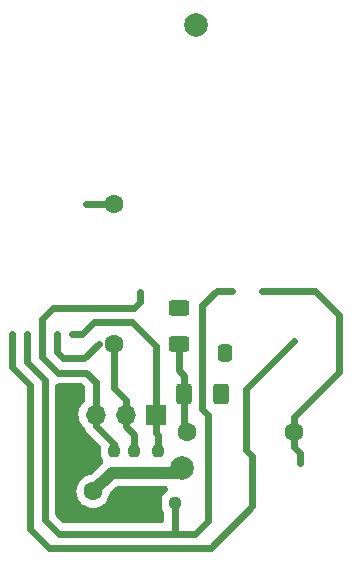
<source format=gbr>
%TF.GenerationSoftware,KiCad,Pcbnew,6.0.7+dfsg-1+b1*%
%TF.CreationDate,2022-09-19T16:07:30+02:00*%
%TF.ProjectId,project-controller,70726f6a-6563-4742-9d63-6f6e74726f6c,rev?*%
%TF.SameCoordinates,PX5e69ec0PY69618a0*%
%TF.FileFunction,Copper,L2,Bot*%
%TF.FilePolarity,Positive*%
%FSLAX46Y46*%
G04 Gerber Fmt 4.6, Leading zero omitted, Abs format (unit mm)*
G04 Created by KiCad (PCBNEW 6.0.7+dfsg-1+b1) date 2022-09-19 16:07:30*
%MOMM*%
%LPD*%
G01*
G04 APERTURE LIST*
G04 Aperture macros list*
%AMRoundRect*
0 Rectangle with rounded corners*
0 $1 Rounding radius*
0 $2 $3 $4 $5 $6 $7 $8 $9 X,Y pos of 4 corners*
0 Add a 4 corners polygon primitive as box body*
4,1,4,$2,$3,$4,$5,$6,$7,$8,$9,$2,$3,0*
0 Add four circle primitives for the rounded corners*
1,1,$1+$1,$2,$3*
1,1,$1+$1,$4,$5*
1,1,$1+$1,$6,$7*
1,1,$1+$1,$8,$9*
0 Add four rect primitives between the rounded corners*
20,1,$1+$1,$2,$3,$4,$5,0*
20,1,$1+$1,$4,$5,$6,$7,0*
20,1,$1+$1,$6,$7,$8,$9,0*
20,1,$1+$1,$8,$9,$2,$3,0*%
G04 Aperture macros list end*
%TA.AperFunction,ComponentPad*%
%ADD10R,1.700000X1.700000*%
%TD*%
%TA.AperFunction,ComponentPad*%
%ADD11O,1.700000X1.700000*%
%TD*%
%TA.AperFunction,ComponentPad*%
%ADD12C,1.600000*%
%TD*%
%TA.AperFunction,ComponentPad*%
%ADD13C,2.000000*%
%TD*%
%TA.AperFunction,ComponentPad*%
%ADD14R,1.600000X1.600000*%
%TD*%
%TA.AperFunction,ComponentPad*%
%ADD15O,1.600000X1.600000*%
%TD*%
%TA.AperFunction,SMDPad,CuDef*%
%ADD16RoundRect,0.250000X-0.450000X0.350000X-0.450000X-0.350000X0.450000X-0.350000X0.450000X0.350000X0*%
%TD*%
%TA.AperFunction,SMDPad,CuDef*%
%ADD17RoundRect,0.250000X0.412500X0.650000X-0.412500X0.650000X-0.412500X-0.650000X0.412500X-0.650000X0*%
%TD*%
%TA.AperFunction,SMDPad,CuDef*%
%ADD18RoundRect,0.250000X-0.625000X0.400000X-0.625000X-0.400000X0.625000X-0.400000X0.625000X0.400000X0*%
%TD*%
%TA.AperFunction,SMDPad,CuDef*%
%ADD19RoundRect,0.250000X-0.400000X-0.625000X0.400000X-0.625000X0.400000X0.625000X-0.400000X0.625000X0*%
%TD*%
%TA.AperFunction,SMDPad,CuDef*%
%ADD20RoundRect,0.250000X-1.025000X0.875000X-1.025000X-0.875000X1.025000X-0.875000X1.025000X0.875000X0*%
%TD*%
%TA.AperFunction,SMDPad,CuDef*%
%ADD21RoundRect,0.150000X0.587500X0.150000X-0.587500X0.150000X-0.587500X-0.150000X0.587500X-0.150000X0*%
%TD*%
%TA.AperFunction,SMDPad,CuDef*%
%ADD22RoundRect,0.250000X0.625000X-0.400000X0.625000X0.400000X-0.625000X0.400000X-0.625000X-0.400000X0*%
%TD*%
%TA.AperFunction,SMDPad,CuDef*%
%ADD23RoundRect,0.237500X-0.237500X0.250000X-0.237500X-0.250000X0.237500X-0.250000X0.237500X0.250000X0*%
%TD*%
%TA.AperFunction,SMDPad,CuDef*%
%ADD24RoundRect,0.250000X0.400000X0.625000X-0.400000X0.625000X-0.400000X-0.625000X0.400000X-0.625000X0*%
%TD*%
%TA.AperFunction,SMDPad,CuDef*%
%ADD25RoundRect,0.237500X0.237500X-0.250000X0.237500X0.250000X-0.237500X0.250000X-0.237500X-0.250000X0*%
%TD*%
%TA.AperFunction,SMDPad,CuDef*%
%ADD26RoundRect,0.150000X-0.150000X0.587500X-0.150000X-0.587500X0.150000X-0.587500X0.150000X0.587500X0*%
%TD*%
%TA.AperFunction,SMDPad,CuDef*%
%ADD27R,0.600000X0.450000*%
%TD*%
%TA.AperFunction,SMDPad,CuDef*%
%ADD28RoundRect,0.250000X0.650000X-0.412500X0.650000X0.412500X-0.650000X0.412500X-0.650000X-0.412500X0*%
%TD*%
%TA.AperFunction,SMDPad,CuDef*%
%ADD29RoundRect,0.150000X0.150000X-0.587500X0.150000X0.587500X-0.150000X0.587500X-0.150000X-0.587500X0*%
%TD*%
%TA.AperFunction,SMDPad,CuDef*%
%ADD30RoundRect,0.150000X-0.150000X0.875000X-0.150000X-0.875000X0.150000X-0.875000X0.150000X0.875000X0*%
%TD*%
%TA.AperFunction,SMDPad,CuDef*%
%ADD31RoundRect,0.237500X-0.250000X-0.237500X0.250000X-0.237500X0.250000X0.237500X-0.250000X0.237500X0*%
%TD*%
%TA.AperFunction,SMDPad,CuDef*%
%ADD32R,1.200000X2.200000*%
%TD*%
%TA.AperFunction,SMDPad,CuDef*%
%ADD33R,5.800000X6.400000*%
%TD*%
%TA.AperFunction,SMDPad,CuDef*%
%ADD34RoundRect,0.237500X-0.300000X-0.237500X0.300000X-0.237500X0.300000X0.237500X-0.300000X0.237500X0*%
%TD*%
%TA.AperFunction,SMDPad,CuDef*%
%ADD35RoundRect,0.250000X0.337500X0.475000X-0.337500X0.475000X-0.337500X-0.475000X0.337500X-0.475000X0*%
%TD*%
%TA.AperFunction,SMDPad,CuDef*%
%ADD36RoundRect,0.250000X0.475000X-0.337500X0.475000X0.337500X-0.475000X0.337500X-0.475000X-0.337500X0*%
%TD*%
%TA.AperFunction,ViaPad*%
%ADD37C,1.600000*%
%TD*%
%TA.AperFunction,ViaPad*%
%ADD38C,2.000000*%
%TD*%
%TA.AperFunction,Conductor*%
%ADD39C,0.600000*%
%TD*%
%TA.AperFunction,Conductor*%
%ADD40C,1.000000*%
%TD*%
G04 APERTURE END LIST*
D10*
%TO.P,J102,1,Pin_1*%
%TO.N,/MCU_RST*%
X58300000Y15500000D03*
D11*
%TO.P,J102,2,Pin_2*%
%TO.N,/MCU_SWCLK*%
X55760000Y15500000D03*
%TO.P,J102,3,Pin_3*%
%TO.N,/MCU_SWDIO*%
X53220000Y15500000D03*
%TO.P,J102,4,Pin_4*%
%TO.N,GND*%
X50680000Y15500000D03*
%TD*%
D23*
%TO.P,R113,1*%
%TO.N,/MCU_SWDIO*%
X54750000Y12412500D03*
%TO.P,R113,2*%
%TO.N,+3.3V*%
X54750000Y10587500D03*
%TD*%
D24*
%TO.P,R110,1*%
%TO.N,+3.3V*%
X63800000Y17250000D03*
%TO.P,R110,2*%
%TO.N,/TX_CE*%
X60700000Y17250000D03*
%TD*%
D31*
%TO.P,R107,1*%
%TO.N,GND*%
X58087500Y8000000D03*
%TO.P,R107,2*%
%TO.N,/TX_CS*%
X59912500Y8000000D03*
%TD*%
D23*
%TO.P,R115,1*%
%TO.N,/MCU_RST*%
X58500000Y12412500D03*
%TO.P,R115,2*%
%TO.N,+3.3V*%
X58500000Y10587500D03*
%TD*%
D25*
%TO.P,R408,1*%
%TO.N,+5V*%
%TO.P,R408,2*%
%TO.N,Net-(Q405-Pad2)*%
%TD*%
D18*
%TO.P,R108,1*%
%TO.N,/MCU_AUX0*%
X60250000Y24550000D03*
%TO.P,R108,2*%
%TO.N,/TX_CE*%
X60250000Y21450000D03*
%TD*%
D23*
%TO.P,R112,1*%
%TO.N,/MCU_SWCLK*%
X56500000Y12412500D03*
%TO.P,R112,2*%
%TO.N,+3.3V*%
X56500000Y10587500D03*
%TD*%
D35*
%TO.P,C301,2*%
%TO.N,+3.3V*%
X64212500Y20750000D03*
%TD*%
D38*
X61750000Y48500000D03*
%TO.N,+3.3V*%
X60500000Y11000000D03*
D37*
X53000000Y9000000D03*
%TO.N,/MCU_SWCLK*%
X54750000Y21500000D03*
X54799500Y33353271D03*
%TO.N,/TX_CE*%
X70000000Y14000000D03*
X61000000Y14000000D03*
%TD*%
%TO.N,+3.3V*%
D40*
X54750000Y10587500D02*
X56500000Y10587500D01*
D40*
X60087500Y10587500D02*
X58500000Y10587500D01*
X56500000Y10587500D02*
X58500000Y10587500D01*
D40*
X54587500Y10587500D02*
X53000000Y9000000D01*
D39*
%TO.N,Net-(C202-Pad2)*%
%TO.N,/MCU_SWCLK*%
X50500000Y20250000D02*
X52250000Y20250000D01*
X54799500Y33353271D02*
X52396729Y33353271D01*
X55760000Y15500000D02*
X55760000Y14490000D01*
X49945000Y22350000D02*
X49945000Y20805000D01*
X54750000Y17750000D02*
X55760000Y16740000D01*
X55760000Y14490000D02*
X56500000Y13750000D01*
X52250000Y20250000D02*
X53500000Y21500000D01*
X55760000Y16740000D02*
X55760000Y15500000D01*
X56500000Y13750000D02*
X56500000Y12412500D01*
X49945000Y20805000D02*
X50500000Y20250000D01*
X54750000Y21500000D02*
X54750000Y17750000D01*
%TO.N,/MCU_RST*%
X58300000Y21300000D02*
X56300000Y23300000D01*
X58300000Y13950000D02*
X58500000Y13750000D01*
X56300000Y23300000D02*
X53050000Y23300000D01*
X58500000Y13750000D02*
X58500000Y12412500D01*
X53050000Y23300000D02*
X52100000Y22350000D01*
X52100000Y22350000D02*
X51215000Y22350000D01*
X58300000Y15500000D02*
X58300000Y21300000D01*
X58300000Y15500000D02*
X58300000Y13950000D01*
%TO.N,/MCU_SWDIO*%
X53220000Y15500000D02*
X53220000Y18280000D01*
X57000000Y25000000D02*
X57000000Y25900500D01*
X48675000Y20377944D02*
X48675000Y22350000D01*
X48675000Y22350000D02*
X48675000Y23589924D01*
X53220000Y14530000D02*
X54750000Y13000000D01*
X53220000Y15500000D02*
X53220000Y14530000D01*
X48675000Y23589924D02*
X49585076Y24500000D01*
X52450000Y19050000D02*
X50002944Y19050000D01*
X49585076Y24500000D02*
X56500000Y24500000D01*
X56500000Y24500000D02*
X57000000Y25000000D01*
X50002944Y19050000D02*
X48675000Y20377944D01*
X53220000Y18280000D02*
X52450000Y19050000D01*
X54750000Y13000000D02*
X54750000Y12412500D01*
%TO.N,/TX_CE*%
X70000000Y12750000D02*
X70500000Y12250000D01*
X70000000Y15250000D02*
X73850000Y19100000D01*
X60700000Y18800000D02*
X60700000Y17250000D01*
X71790000Y25960000D02*
X67275000Y25960000D01*
X60250000Y19250000D02*
X60700000Y18800000D01*
X60250000Y21450000D02*
X60250000Y19250000D01*
X70000000Y14000000D02*
X70000000Y15250000D01*
X70000000Y14000000D02*
X70000000Y12750000D01*
X60700000Y14300000D02*
X60700000Y17250000D01*
X73850000Y23900000D02*
X71790000Y25960000D01*
X70500000Y12250000D02*
X70500000Y11412500D01*
X61000000Y14000000D02*
X60700000Y14300000D01*
X73850000Y19100000D02*
X73850000Y23900000D01*
%TO.N,/TX_CS*%
X62700000Y15497056D02*
X62700000Y6450000D01*
X59900000Y5400000D02*
X50100000Y5400000D01*
X62700000Y6450000D02*
X61650000Y5400000D01*
X64735000Y25960000D02*
X63460000Y25960000D01*
X61650000Y5400000D02*
X59900000Y5400000D01*
X50100000Y5400000D02*
X48900000Y6600000D01*
X48900000Y6600000D02*
X48900000Y18455888D01*
X48900000Y18455888D02*
X47405000Y19950888D01*
X47405000Y19950888D02*
X47405000Y22350000D01*
X59912500Y5412500D02*
X59900000Y5400000D01*
X62250000Y24750000D02*
X62250000Y15947056D01*
X63460000Y25960000D02*
X62250000Y24750000D01*
X59912500Y8000000D02*
X59912500Y5412500D01*
X62250000Y15947056D02*
X62700000Y15497056D01*
%TO.N,/TX_MISO*%
X49300000Y4200000D02*
X62950000Y4200000D01*
X62950000Y4200000D02*
X66500000Y7750000D01*
X66500000Y11968503D02*
X65949500Y12519003D01*
X65949500Y12519003D02*
X65949500Y17670000D01*
X47700000Y17958832D02*
X47700000Y5800000D01*
X66500000Y7750000D02*
X66500000Y11968503D01*
X65949500Y17670000D02*
X70000000Y21720500D01*
X47700000Y5800000D02*
X49300000Y4200000D01*
X46135000Y22350000D02*
X46135000Y19523832D01*
X46135000Y19523832D02*
X47700000Y17958832D01*
%TD*%
%TA.AperFunction,Conductor*%
%TO.N,GND*%
G36*
X62861162Y51579309D02*
G01*
G37*
%TD.AperFunction*%
%TA.AperFunction,Conductor*%
G36*
X10015154Y52879309D02*
G01*
G37*
%TD.AperFunction*%
%TA.AperFunction,Conductor*%
G36*
X52061162Y18129309D02*
G01*
X52154586Y18071464D01*
X52164576Y18061925D01*
X52231925Y17994576D01*
X52294023Y17903923D01*
X52319181Y17796960D01*
X52319500Y17783151D01*
X52319500Y16777174D01*
X52299309Y16669163D01*
X52236667Y16570601D01*
X52177654Y16508847D01*
X52113728Y16441952D01*
X52088887Y16415958D01*
X51954475Y16218918D01*
X51854051Y16002572D01*
X51850772Y15990750D01*
X51850771Y15990746D01*
X51831952Y15922888D01*
X51790309Y15772728D01*
X51789005Y15760524D01*
X51789004Y15760520D01*
X51768171Y15565576D01*
X51764963Y15535560D01*
X51778694Y15297438D01*
X51791389Y15241107D01*
X51828434Y15076720D01*
X51828436Y15076713D01*
X51831131Y15064755D01*
X51835745Y15053392D01*
X51835746Y15053389D01*
X51850885Y15016107D01*
X51920867Y14843761D01*
X52045493Y14640391D01*
X52201660Y14460106D01*
X52211096Y14452272D01*
X52211098Y14452270D01*
X52263249Y14408973D01*
X52333455Y14324444D01*
X52361067Y14256313D01*
X52370622Y14220654D01*
X52370624Y14220648D01*
X52374680Y14205512D01*
X52381797Y14191545D01*
X52384697Y14183989D01*
X52387979Y14176617D01*
X52392821Y14161716D01*
X52400656Y14148146D01*
X52400656Y14148145D01*
X52424441Y14106948D01*
X52431895Y14093220D01*
X52460617Y14036851D01*
X52470482Y14024668D01*
X52474886Y14017887D01*
X52479631Y14011356D01*
X52487467Y13997784D01*
X52497950Y13986142D01*
X52497954Y13986136D01*
X52529793Y13950775D01*
X52539953Y13938881D01*
X52549881Y13926620D01*
X52561043Y13915458D01*
X52571817Y13904104D01*
X52614129Y13857112D01*
X52626809Y13847900D01*
X52638451Y13837417D01*
X52637916Y13836823D01*
X52650001Y13826500D01*
X53586925Y12889575D01*
X53649023Y12798922D01*
X53674181Y12691959D01*
X53674500Y12678151D01*
X53674501Y12381855D01*
X53674501Y12090024D01*
X53674847Y12084949D01*
X53674847Y12084944D01*
X53675205Y12079696D01*
X53677358Y12048100D01*
X53680548Y12035305D01*
X53680549Y12035300D01*
X53696978Y11969410D01*
X53721406Y11871434D01*
X53802362Y11708348D01*
X53811017Y11697583D01*
X53851675Y11597007D01*
X53853276Y11487136D01*
X53815079Y11384107D01*
X53770023Y11326365D01*
X52904648Y10460990D01*
X52813995Y10398892D01*
X52738452Y10376856D01*
X52686461Y10368900D01*
X52686450Y10368897D01*
X52674325Y10367042D01*
X52455424Y10295494D01*
X52424256Y10279269D01*
X52262036Y10194823D01*
X52262031Y10194820D01*
X52251149Y10189155D01*
X52066984Y10050881D01*
X51907877Y9884384D01*
X51900964Y9874250D01*
X51900960Y9874245D01*
X51844616Y9791647D01*
X51778099Y9694137D01*
X51737127Y9605871D01*
X51688919Y9502014D01*
X51681136Y9485248D01*
X51659981Y9408964D01*
X51628408Y9295115D01*
X51619592Y9263327D01*
X51614490Y9215588D01*
X51598434Y9065349D01*
X51595119Y9034335D01*
X51608376Y8804420D01*
X51611072Y8792459D01*
X51611072Y8792456D01*
X51653683Y8603380D01*
X51659006Y8579758D01*
X51663620Y8568395D01*
X51663621Y8568392D01*
X51735619Y8391084D01*
X51745649Y8366382D01*
X51752059Y8355921D01*
X51752060Y8355920D01*
X51807010Y8266250D01*
X51865979Y8170022D01*
X51874015Y8160745D01*
X51999995Y8015310D01*
X52016763Y7995952D01*
X52193953Y7848846D01*
X52259680Y7810438D01*
X52382188Y7738850D01*
X52382191Y7738849D01*
X52392790Y7732655D01*
X52607934Y7650499D01*
X52833607Y7604586D01*
X52845865Y7604137D01*
X52845869Y7604136D01*
X53051492Y7596596D01*
X53051497Y7596596D01*
X53063749Y7596147D01*
X53292178Y7625409D01*
X53419762Y7663686D01*
X53501009Y7688061D01*
X53501012Y7688062D01*
X53512761Y7691587D01*
X53648688Y7758177D01*
X53708552Y7787504D01*
X53708555Y7787506D01*
X53719574Y7792904D01*
X53907062Y7926637D01*
X53915753Y7935298D01*
X53915758Y7935302D01*
X54016229Y8035424D01*
X54070190Y8089197D01*
X54080525Y8103579D01*
X54197415Y8266250D01*
X54197419Y8266256D01*
X54204577Y8276217D01*
X54306615Y8482675D01*
X54373563Y8703025D01*
X54377628Y8733903D01*
X54411743Y8838355D01*
X54462645Y8906303D01*
X54955767Y9399425D01*
X55046420Y9461523D01*
X55153383Y9486681D01*
X55167192Y9487000D01*
X59032472Y9487000D01*
X59140483Y9466809D01*
X59233907Y9408964D01*
X59300126Y9321276D01*
X59330197Y9215588D01*
X59320058Y9106175D01*
X59271079Y9007812D01*
X59207359Y8948868D01*
X59208348Y8947638D01*
X59066451Y8833549D01*
X59056301Y8820925D01*
X58971294Y8715198D01*
X58952362Y8691652D01*
X58871406Y8528566D01*
X58827358Y8351900D01*
X58826461Y8338749D01*
X58826461Y8338746D01*
X58825559Y8325508D01*
X58824500Y8309977D01*
X58824501Y7690024D01*
X58824847Y7684949D01*
X58824847Y7684944D01*
X58826461Y7661260D01*
X58827358Y7648100D01*
X58830548Y7635305D01*
X58830549Y7635300D01*
X58846992Y7569351D01*
X58871406Y7471434D01*
X58952362Y7308348D01*
X58962508Y7295729D01*
X58964894Y7291998D01*
X59006077Y7190125D01*
X59012000Y7130907D01*
X59012000Y6599500D01*
X58991809Y6491489D01*
X58933964Y6398065D01*
X58846276Y6331846D01*
X58740588Y6301775D01*
X58713000Y6300500D01*
X50596849Y6300500D01*
X50488838Y6320691D01*
X50395414Y6378536D01*
X50385424Y6388075D01*
X49888075Y6885424D01*
X49825977Y6976077D01*
X49800819Y7083040D01*
X49800500Y7096849D01*
X49800500Y17850500D01*
X49820691Y17958511D01*
X49878536Y18051935D01*
X49966224Y18118154D01*
X50071912Y18148225D01*
X50099500Y18149500D01*
X51953151Y18149500D01*
X52061162Y18129309D01*
G37*
%TD.AperFunction*%
%TA.AperFunction,Conductor*%
G36*
X15391683Y49854940D02*
G01*
G37*
%TD.AperFunction*%
%TD*%
M02*

</source>
